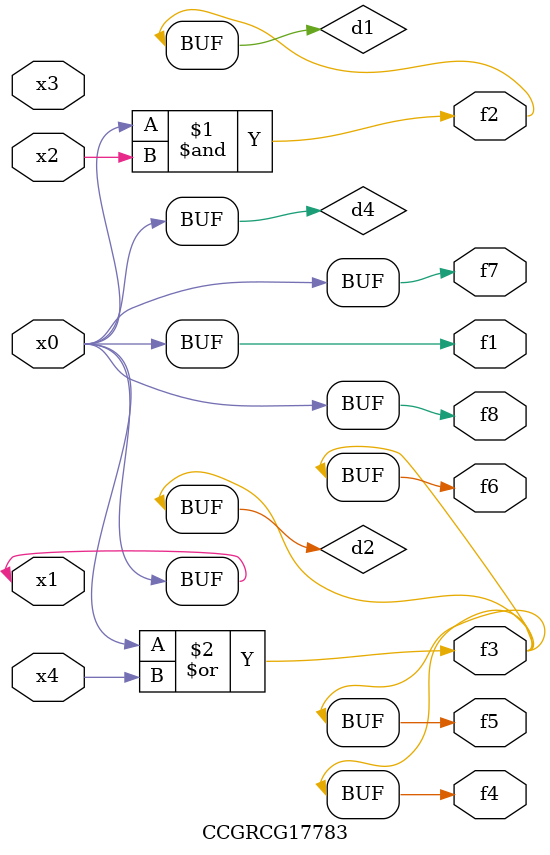
<source format=v>
module CCGRCG17783(
	input x0, x1, x2, x3, x4,
	output f1, f2, f3, f4, f5, f6, f7, f8
);

	wire d1, d2, d3, d4;

	and (d1, x0, x2);
	or (d2, x0, x4);
	nand (d3, x0, x2);
	buf (d4, x0, x1);
	assign f1 = d4;
	assign f2 = d1;
	assign f3 = d2;
	assign f4 = d2;
	assign f5 = d2;
	assign f6 = d2;
	assign f7 = d4;
	assign f8 = d4;
endmodule

</source>
